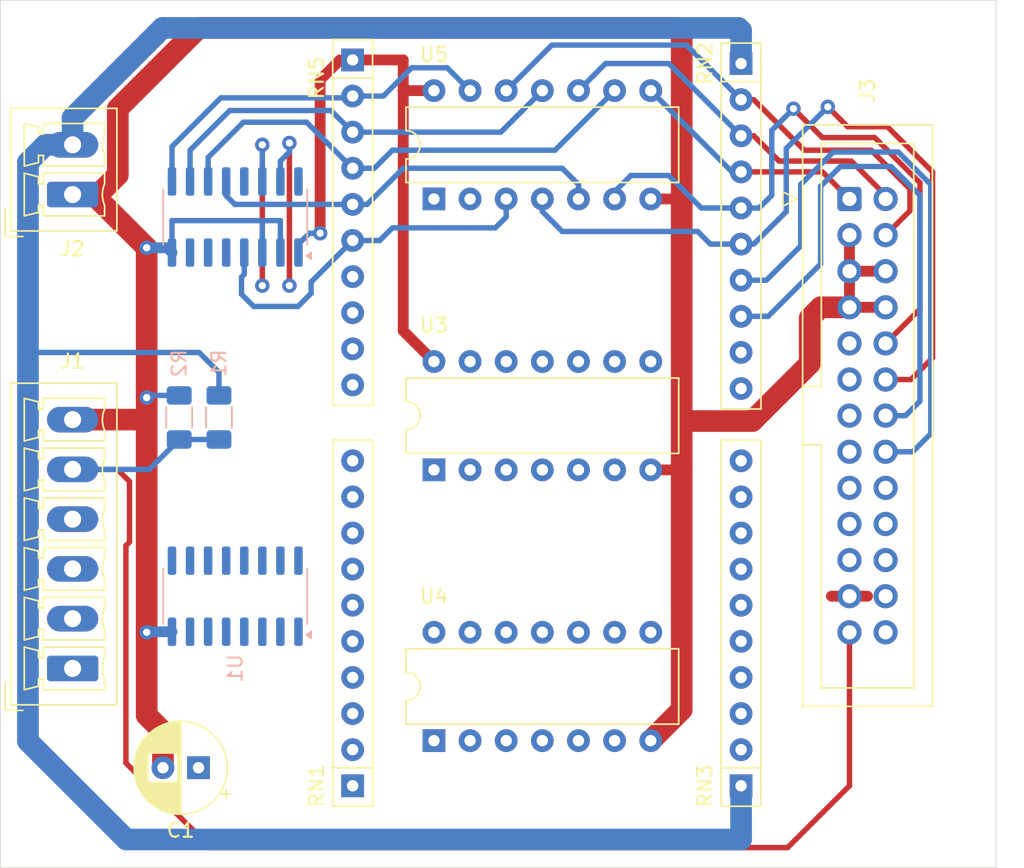
<source format=kicad_pcb>
(kicad_pcb (version 20221018) (generator pcbnew)
  (layers (0 "F.Cu" signal) (31 "B.Cu" signal) (34 "B.Paste" user) (35 "F.Paste" user) (36 "B.SilkS" user "B.Silkscreen") (37 "F.SilkS" user "F.Silkscreen") (38 "B.Mask" user) (39 "F.Mask" user) (44 "Edge.Cuts" user))
  (net 0 "")
  (net 1 "/+5V")
  (net 2 "/GND")
  (net 3 "Net-(J1-Pin_2)")
  (net 4 "/Sig2")
  (net 5 "Net-(J1-Pin_4)")
  (net 6 "/+15V")
  (net 7 "/AD1")
  (net 8 "/AD2")
  (net 9 "/AD0")
  (net 10 "/DAC05")
  (net 11 "/DAC04")
  (net 12 "/DAC06")
  (net 13 "/DAC03")
  (net 14 "/DAC07")
  (net 15 "/DAC02")
  (net 16 "/DAC08")
  (net 17 "/DAC01")
  (net 18 "/DAC09")
  (net 19 "/DAC00")
  (net 20 "/DAC10")
  (net 21 "/DAC11")
  (net 22 "/~{WR}")
  (net 29 "Net-(J1-Pin_3)")
  (net 32 "Net-(RN5-R1)")
  (net 52 "Net-(RN5-R2)")
  (net 77 "Net-(RN5-R3)")
  (net 78 "Net-(RN5-R4)")
  (net 79 "Net-(RN5-R8)")
  (net 80 "Net-(RN5-R7)")
  (net 81 "Net-(RN5-R6)")
  (net 82 "Net-(RN5-R5)")
  (footprint "Connector_IDC:IDC-Header_2x13_P2.54mm_Vertical" (layer "F.Cu") (at 110.49 90.17)
    (fp_text reference "J3" (at 1.27 -7.62 90) (layer "F.SilkS"))
    (fp_text value "IDC26")
    (pad "1" thru_hole roundrect (at 0 0) (size 1.7 1.7) (drill 1) (layers "*.Cu" "*.Mask") (roundrect_rratio 0.147059) (net 7 "/AD1"))
    (pad "2" thru_hole circle (at 2.54 0) (size 1.7 1.7) (drill 1) (layers "*.Cu" "*.Mask") (net 8 "/AD2"))
    (pad "3" thru_hole circle (at 0 2.54) (size 1.7 1.7) (drill 1) (layers "*.Cu" "*.Mask") (net 2 "/GND"))
    (pad "4" thru_hole circle (at 2.54 2.54) (size 1.7 1.7) (drill 1) (layers "*.Cu" "*.Mask") (net 9 "/AD0"))
    (pad "5" thru_hole circle (at 0 5.08) (size 1.7 1.7) (drill 1) (layers "*.Cu" "*.Mask") (net 2 "/GND"))
    (pad "6" thru_hole circle (at 2.54 5.08) (size 1.7 1.7) (drill 1) (layers "*.Cu" "*.Mask") (net 2 "/GND"))
    (pad "7" thru_hole circle (at 0 7.62) (size 1.7 1.7) (drill 1) (layers "*.Cu" "*.Mask") (net 2 "/GND"))
    (pad "8" thru_hole circle (at 2.54 7.62) (size 1.7 1.7) (drill 1) (layers "*.Cu" "*.Mask") (net 2 "/GND"))
    (pad "9" thru_hole circle (at 0 10.16) (size 1.7 1.7) (drill 1) (layers "*.Cu" "*.Mask") (net 10 "/DAC05"))
    (pad "10" thru_hole circle (at 2.54 10.16) (size 1.7 1.7) (drill 1) (layers "*.Cu" "*.Mask") (net 11 "/DAC04"))
    (pad "11" thru_hole circle (at 0 12.7) (size 1.7 1.7) (drill 1) (layers "*.Cu" "*.Mask") (net 12 "/DAC06"))
    (pad "12" thru_hole circle (at 2.54 12.7) (size 1.7 1.7) (drill 1) (layers "*.Cu" "*.Mask") (net 13 "/DAC03"))
    (pad "13" thru_hole circle (at 0 15.24) (size 1.7 1.7) (drill 1) (layers "*.Cu" "*.Mask") (net 14 "/DAC07"))
    (pad "14" thru_hole circle (at 2.54 15.24) (size 1.7 1.7) (drill 1) (layers "*.Cu" "*.Mask") (net 15 "/DAC02"))
    (pad "15" thru_hole circle (at 0 17.78) (size 1.7 1.7) (drill 1) (layers "*.Cu" "*.Mask") (net 16 "/DAC08"))
    (pad "16" thru_hole circle (at 2.54 17.78) (size 1.7 1.7) (drill 1) (layers "*.Cu" "*.Mask") (net 17 "/DAC01"))
    (pad "17" thru_hole circle (at 0 20.32) (size 1.7 1.7) (drill 1) (layers "*.Cu" "*.Mask") (net 18 "/DAC09"))
    (pad "18" thru_hole circle (at 2.54 20.32) (size 1.7 1.7) (drill 1) (layers "*.Cu" "*.Mask") (net 19 "/DAC00"))
    (pad "19" thru_hole circle (at 0 22.86) (size 1.7 1.7) (drill 1) (layers "*.Cu" "*.Mask") (net 20 "/DAC10"))
    (pad "20" thru_hole circle (at 2.54 22.86) (size 1.7 1.7) (drill 1) (layers "*.Cu" "*.Mask") (net 21 "/DAC11"))
    (pad "21" thru_hole circle (at 0 25.4) (size 1.7 1.7) (drill 1) (layers "*.Cu" "*.Mask") (net 22 "/~{WR}"))
    (pad "22" thru_hole circle (at 2.54 25.4) (size 1.7 1.7) (drill 1) (layers "*.Cu" "*.Mask") (net 22 "/~{WR}"))
    (pad "23" thru_hole circle (at 0 27.94) (size 1.7 1.7) (drill 1) (layers "*.Cu" "*.Mask") (net 2 "/GND"))
    (pad "24" thru_hole circle (at 2.54 27.94) (size 1.7 1.7) (drill 1) (layers "*.Cu" "*.Mask") (net 2 "/GND"))
    (pad "25" thru_hole circle (at 0 30.48) (size 1.7 1.7) (drill 1) (layers "*.Cu" "*.Mask") (net 4 "/Sig2"))
    (pad "26" thru_hole circle (at 2.54 30.48) (size 1.7 1.7) (drill 1) (layers "*.Cu" "*.Mask"))
  )
  (footprint "Resistor_THT:R_Array_SIP10" (layer "F.Cu") (at 102.87 80.645 -90)
    (fp_text reference "RN2" (at 0 2.54 90) (layer "F.SilkS"))
    (fp_text value "9 x 4k7")
    (pad "1" thru_hole rect (at 0 0 270) (size 1.6 1.6) (drill 0.8) (layers "*.Cu" "*.Mask") (net 6 "/+15V"))
    (pad "2" thru_hole oval (at 2.54 0 270) (size 1.6 1.6) (drill 0.8) (layers "*.Cu" "*.Mask") (net 9 "/AD0"))
    (pad "3" thru_hole oval (at 5.08 0 270) (size 1.6 1.6) (drill 0.8) (layers "*.Cu" "*.Mask") (net 8 "/AD2"))
    (pad "4" thru_hole oval (at 7.62 0 270) (size 1.6 1.6) (drill 0.8) (layers "*.Cu" "*.Mask") (net 7 "/AD1"))
    (pad "5" thru_hole oval (at 10.16 0 270) (size 1.6 1.6) (drill 0.8) (layers "*.Cu" "*.Mask") (net 11 "/DAC04"))
    (pad "6" thru_hole oval (at 12.7 0 270) (size 1.6 1.6) (drill 0.8) (layers "*.Cu" "*.Mask") (net 13 "/DAC03"))
    (pad "7" thru_hole oval (at 15.24 0 270) (size 1.6 1.6) (drill 0.8) (layers "*.Cu" "*.Mask") (net 17 "/DAC01"))
    (pad "8" thru_hole oval (at 17.78 0 270) (size 1.6 1.6) (drill 0.8) (layers "*.Cu" "*.Mask") (net 15 "/DAC02"))
    (pad "9" thru_hole oval (at 20.32 0 270) (size 1.6 1.6) (drill 0.8) (layers "*.Cu" "*.Mask"))
    (pad "10" thru_hole oval (at 22.86 0 270) (size 1.6 1.6) (drill 0.8) (layers "*.Cu" "*.Mask"))
  )
  (footprint "Connector_Phoenix_MC:PhoenixContact_MCV_1,5_2-G-3.5_1x02_P3.50mm_Vertical" (layer "F.Cu") (at 55.88 89.86 90)
    (fp_text reference "J2" (at -3.81 -0.0075) (layer "F.SilkS"))
    (fp_text value "Screw_Terminal_01x02")
    (pad "1" thru_hole roundrect (at 0 0 90) (size 1.8 3.6) (drill 1.2) (layers "*.Cu" "*.Mask") (roundrect_rratio 0.138889) (net 2 "/GND"))
    (pad "2" thru_hole oval (at 3.5 0 90) (size 1.8 3.6) (drill 1.2) (layers "*.Cu" "*.Mask") (net 6 "/+15V"))
  )
  (footprint "Capacitor_THT:CP_Radial_D6.3mm_P2.50mm" (layer "F.Cu") (at 64.73 130.175 180)
    (fp_text reference "C1" (at 1.25 -4.4) (layer "F.SilkS"))
    (fp_text value "470u/6.3V")
    (pad "1" thru_hole rect (at 0 0 180) (size 1.6 1.6) (drill 0.8) (layers "*.Cu" "*.Mask") (net 1 "/+5V"))
    (pad "2" thru_hole circle (at 2.5 0 180) (size 1.6 1.6) (drill 0.8) (layers "*.Cu" "*.Mask") (net 2 "/GND"))
  )
  (footprint "Resistor_THT:R_Array_SIP10" (layer "F.Cu") (at 75.565 80.391 -90)
    (fp_text reference "RN5" (at 1.27 2.54 90) (layer "F.SilkS"))
    (fp_text value "9 x 10k")
    (pad "1" thru_hole rect (at 0 0 270) (size 1.6 1.6) (drill 0.8) (layers "*.Cu" "*.Mask") (net 1 "/+5V"))
    (pad "2" thru_hole oval (at 2.54 0 270) (size 1.6 1.6) (drill 0.8) (layers "*.Cu" "*.Mask") (net 32 "Net-(RN5-R1)"))
    (pad "3" thru_hole oval (at 5.08 0 270) (size 1.6 1.6) (drill 0.8) (layers "*.Cu" "*.Mask") (net 52 "Net-(RN5-R2)"))
    (pad "4" thru_hole oval (at 7.62 0 270) (size 1.6 1.6) (drill 0.8) (layers "*.Cu" "*.Mask") (net 77 "Net-(RN5-R3)"))
    (pad "5" thru_hole oval (at 10.16 0 270) (size 1.6 1.6) (drill 0.8) (layers "*.Cu" "*.Mask") (net 78 "Net-(RN5-R4)"))
    (pad "6" thru_hole oval (at 12.7 0 270) (size 1.6 1.6) (drill 0.8) (layers "*.Cu" "*.Mask") (net 82 "Net-(RN5-R5)"))
    (pad "7" thru_hole oval (at 15.24 0 270) (size 1.6 1.6) (drill 0.8) (layers "*.Cu" "*.Mask") (net 81 "Net-(RN5-R6)"))
    (pad "8" thru_hole oval (at 17.78 0 270) (size 1.6 1.6) (drill 0.8) (layers "*.Cu" "*.Mask") (net 80 "Net-(RN5-R7)"))
    (pad "9" thru_hole oval (at 20.32 0 270) (size 1.6 1.6) (drill 0.8) (layers "*.Cu" "*.Mask") (net 79 "Net-(RN5-R8)"))
    (pad "10" thru_hole oval (at 22.86 0 270) (size 1.6 1.6) (drill 0.8) (layers "*.Cu" "*.Mask"))
  )
  (footprint "Package_DIP:CERDIP-14_W7.62mm_SideBrazed" (layer "F.Cu") (at 81.28 90.17 90)
    (fp_text reference "U5" (at 10.16 0 180) (layer "F.SilkS"))
    (fp_text value "7407")
    (pad "1" thru_hole rect (at 0 0 90) (size 1.6 1.6) (drill 0.8) (layers "*.Cu" "*.Mask") (net 81 "Net-(RN5-R6)"))
    (pad "2" thru_hole circle (at 0 2.54 90) (size 1.6 1.6) (drill 0.8) (layers "*.Cu" "*.Mask") (net 15 "/DAC02"))
    (pad "3" thru_hole circle (at 0 5.08 90) (size 1.6 1.6) (drill 0.8) (layers "*.Cu" "*.Mask") (net 82 "Net-(RN5-R5)"))
    (pad "4" thru_hole circle (at 0 7.62 90) (size 1.6 1.6) (drill 0.8) (layers "*.Cu" "*.Mask") (net 13 "/DAC03"))
    (pad "5" thru_hole circle (at 0 10.16 90) (size 1.6 1.6) (drill 0.8) (layers "*.Cu" "*.Mask") (net 78 "Net-(RN5-R4)"))
    (pad "6" thru_hole circle (at 0 12.7 90) (size 1.6 1.6) (drill 0.8) (layers "*.Cu" "*.Mask") (net 11 "/DAC04"))
    (pad "7" thru_hole circle (at 0 15.24 90) (size 1.6 1.6) (drill 0.8) (layers "*.Cu" "*.Mask") (net 2 "/GND"))
    (pad "8" thru_hole circle (at 7.62 15.24 90) (size 1.6 1.6) (drill 0.8) (layers "*.Cu" "*.Mask") (net 7 "/AD1"))
    (pad "9" thru_hole circle (at 7.62 12.7 90) (size 1.6 1.6) (drill 0.8) (layers "*.Cu" "*.Mask") (net 77 "Net-(RN5-R3)"))
    (pad "10" thru_hole circle (at 7.62 10.16 90) (size 1.6 1.6) (drill 0.8) (layers "*.Cu" "*.Mask") (net 8 "/AD2"))
    (pad "11" thru_hole circle (at 7.62 7.62 90) (size 1.6 1.6) (drill 0.8) (layers "*.Cu" "*.Mask") (net 52 "Net-(RN5-R2)"))
    (pad "12" thru_hole circle (at 7.62 5.08 90) (size 1.6 1.6) (drill 0.8) (layers "*.Cu" "*.Mask") (net 9 "/AD0"))
    (pad "13" thru_hole circle (at 7.62 2.54 90) (size 1.6 1.6) (drill 0.8) (layers "*.Cu" "*.Mask") (net 32 "Net-(RN5-R1)"))
    (pad "14" thru_hole circle (at 7.62 0 90) (size 1.6 1.6) (drill 0.8) (layers "*.Cu" "*.Mask") (net 1 "/+5V"))
  )
  (footprint "Connector_Phoenix_MC:PhoenixContact_MCV_1,5_6-G-3.5_1x06_P3.50mm_Vertical" (layer "F.Cu") (at 55.88 123.19 90)
    (fp_text reference "J1" (at 21.605 0) (layer "F.SilkS"))
    (fp_text value "Screw_Terminal_01x06")
    (pad "1" thru_hole roundrect (at 0 0 90) (size 1.8 3.6) (drill 1.2) (layers "*.Cu" "*.Mask") (roundrect_rratio 0.138889) (net 1 "/+5V"))
    (pad "2" thru_hole oval (at 3.5 0 90) (size 1.8 3.6) (drill 1.2) (layers "*.Cu" "*.Mask") (net 3 "Net-(J1-Pin_2)"))
    (pad "3" thru_hole oval (at 7 0 90) (size 1.8 3.6) (drill 1.2) (layers "*.Cu" "*.Mask") (net 29 "Net-(J1-Pin_3)"))
    (pad "4" thru_hole oval (at 10.5 0 90) (size 1.8 3.6) (drill 1.2) (layers "*.Cu" "*.Mask") (net 5 "Net-(J1-Pin_4)"))
    (pad "5" thru_hole oval (at 14 0 90) (size 1.8 3.6) (drill 1.2) (layers "*.Cu" "*.Mask") (net 4 "/Sig2"))
    (pad "6" thru_hole oval (at 17.5 0 90) (size 1.8 3.6) (drill 1.2) (layers "*.Cu" "*.Mask") (net 2 "/GND"))
  )
  (footprint "Resistor_THT:R_Array_SIP10" (layer "F.Cu") (at 102.87 131.445 90)
    (fp_text reference "RN3" (at 0 -2.54 90) (layer "F.SilkS"))
    (fp_text value "9 x 4k7")
    (pad "1" thru_hole rect (at 0 0 90) (size 1.6 1.6) (drill 0.8) (layers "*.Cu" "*.Mask") (net 6 "/+15V"))
    (pad "2" thru_hole oval (at 2.54 0 90) (size 1.6 1.6) (drill 0.8) (layers "*.Cu" "*.Mask"))
    (pad "3" thru_hole oval (at 5.08 0 90) (size 1.6 1.6) (drill 0.8) (layers "*.Cu" "*.Mask"))
    (pad "4" thru_hole oval (at 7.62 0 90) (size 1.6 1.6) (drill 0.8) (layers "*.Cu" "*.Mask"))
    (pad "5" thru_hole oval (at 10.16 0 90) (size 1.6 1.6) (drill 0.8) (layers "*.Cu" "*.Mask"))
    (pad "6" thru_hole oval (at 12.7 0 90) (size 1.6 1.6) (drill 0.8) (layers "*.Cu" "*.Mask"))
    (pad "7" thru_hole oval (at 15.24 0 90) (size 1.6 1.6) (drill 0.8) (layers "*.Cu" "*.Mask"))
    (pad "8" thru_hole oval (at 17.78 0 90) (size 1.6 1.6) (drill 0.8) (layers "*.Cu" "*.Mask"))
    (pad "9" thru_hole oval (at 20.32 0 90) (size 1.6 1.6) (drill 0.8) (layers "*.Cu" "*.Mask"))
    (pad "10" thru_hole oval (at 22.86 0 90) (size 1.6 1.6) (drill 0.8) (layers "*.Cu" "*.Mask"))
  )
  (footprint "Resistor_THT:R_Array_SIP10" (layer "F.Cu") (at 75.565 131.445 90)
    (fp_text reference "RN1" (at 0 -2.54 90) (layer "F.SilkS"))
    (fp_text value "9 x 10k")
    (pad "1" thru_hole rect (at 0 0 90) (size 1.6 1.6) (drill 0.8) (layers "*.Cu" "*.Mask") (net 1 "/+5V"))
    (pad "2" thru_hole oval (at 2.54 0 90) (size 1.6 1.6) (drill 0.8) (layers "*.Cu" "*.Mask"))
    (pad "3" thru_hole oval (at 5.08 0 90) (size 1.6 1.6) (drill 0.8) (layers "*.Cu" "*.Mask"))
    (pad "4" thru_hole oval (at 7.62 0 90) (size 1.6 1.6) (drill 0.8) (layers "*.Cu" "*.Mask"))
    (pad "5" thru_hole oval (at 10.16 0 90) (size 1.6 1.6) (drill 0.8) (layers "*.Cu" "*.Mask"))
    (pad "6" thru_hole oval (at 12.7 0 90) (size 1.6 1.6) (drill 0.8) (layers "*.Cu" "*.Mask"))
    (pad "7" thru_hole oval (at 15.24 0 90) (size 1.6 1.6) (drill 0.8) (layers "*.Cu" "*.Mask"))
    (pad "8" thru_hole oval (at 17.78 0 90) (size 1.6 1.6) (drill 0.8) (layers "*.Cu" "*.Mask"))
    (pad "9" thru_hole oval (at 20.32 0 90) (size 1.6 1.6) (drill 0.8) (layers "*.Cu" "*.Mask"))
    (pad "10" thru_hole oval (at 22.86 0 90) (size 1.6 1.6) (drill 0.8) (layers "*.Cu" "*.Mask"))
  )
  (footprint "Package_DIP:CERDIP-14_W7.62mm_SideBrazed" (layer "F.Cu") (at 81.28 128.27 90)
    (fp_text reference "U4" (at 10.16 0 180) (layer "F.SilkS"))
    (fp_text value "7407")
    (pad "1" thru_hole rect (at 0 0 90) (size 1.6 1.6) (drill 0.8) (layers "*.Cu" "*.Mask"))
    (pad "2" thru_hole circle (at 0 2.54 90) (size 1.6 1.6) (drill 0.8) (layers "*.Cu" "*.Mask"))
    (pad "3" thru_hole circle (at 0 5.08 90) (size 1.6 1.6) (drill 0.8) (layers "*.Cu" "*.Mask"))
    (pad "4" thru_hole circle (at 0 7.62 90) (size 1.6 1.6) (drill 0.8) (layers "*.Cu" "*.Mask"))
    (pad "5" thru_hole circle (at 0 10.16 90) (size 1.6 1.6) (drill 0.8) (layers "*.Cu" "*.Mask") (net 3 "Net-(J1-Pin_2)"))
    (pad "6" thru_hole circle (at 0 12.7 90) (size 1.6 1.6) (drill 0.8) (layers "*.Cu" "*.Mask"))
    (pad "7" thru_hole circle (at 0 15.24 90) (size 1.6 1.6) (drill 0.8) (layers "*.Cu" "*.Mask") (net 2 "/GND"))
    (pad "8" thru_hole circle (at 7.62 15.24 90) (size 1.6 1.6) (drill 0.8) (layers "*.Cu" "*.Mask"))
    (pad "9" thru_hole circle (at 7.62 12.7 90) (size 1.6 1.6) (drill 0.8) (layers "*.Cu" "*.Mask"))
    (pad "10" thru_hole circle (at 7.62 10.16 90) (size 1.6 1.6) (drill 0.8) (layers "*.Cu" "*.Mask"))
    (pad "11" thru_hole circle (at 7.62 7.62 90) (size 1.6 1.6) (drill 0.8) (layers "*.Cu" "*.Mask"))
    (pad "12" thru_hole circle (at 7.62 5.08 90) (size 1.6 1.6) (drill 0.8) (layers "*.Cu" "*.Mask"))
    (pad "13" thru_hole circle (at 7.62 2.54 90) (size 1.6 1.6) (drill 0.8) (layers "*.Cu" "*.Mask"))
    (pad "14" thru_hole circle (at 7.62 0 90) (size 1.6 1.6) (drill 0.8) (layers "*.Cu" "*.Mask") (net 1 "/+5V"))
  )
  (footprint "Package_DIP:CERDIP-14_W7.62mm_SideBrazed" (layer "F.Cu") (at 81.28 109.225 90)
    (fp_text reference "U3" (at 10.165 0 180) (layer "F.SilkS"))
    (fp_text value "7407")
    (pad "1" thru_hole rect (at 0 0 90) (size 1.6 1.6) (drill 0.8) (layers "*.Cu" "*.Mask"))
    (pad "2" thru_hole circle (at 0 2.54 90) (size 1.6 1.6) (drill 0.8) (layers "*.Cu" "*.Mask"))
    (pad "3" thru_hole circle (at 0 5.08 90) (size 1.6 1.6) (drill 0.8) (layers "*.Cu" "*.Mask"))
    (pad "4" thru_hole circle (at 0 7.62 90) (size 1.6 1.6) (drill 0.8) (layers "*.Cu" "*.Mask"))
    (pad "5" thru_hole circle (at 0 10.16 90) (size 1.6 1.6) (drill 0.8) (layers "*.Cu" "*.Mask"))
    (pad "6" thru_hole circle (at 0 12.7 90) (size 1.6 1.6) (drill 0.8) (layers "*.Cu" "*.Mask"))
    (pad "7" thru_hole circle (at 0 15.24 90) (size 1.6 1.6) (drill 0.8) (layers "*.Cu" "*.Mask") (net 2 "/GND"))
    (pad "8" thru_hole circle (at 7.62 15.24 90) (size 1.6 1.6) (drill 0.8) (layers "*.Cu" "*.Mask"))
    (pad "9" thru_hole circle (at 7.62 12.7 90) (size 1.6 1.6) (drill 0.8) (layers "*.Cu" "*.Mask"))
    (pad "10" thru_hole circle (at 7.62 10.16 90) (size 1.6 1.6) (drill 0.8) (layers "*.Cu" "*.Mask"))
    (pad "11" thru_hole circle (at 7.62 7.62 90) (size 1.6 1.6) (drill 0.8) (layers "*.Cu" "*.Mask") (net 79 "Net-(RN5-R8)"))
    (pad "12" thru_hole circle (at 7.62 5.08 90) (size 1.6 1.6) (drill 0.8) (layers "*.Cu" "*.Mask") (net 17 "/DAC01"))
    (pad "13" thru_hole circle (at 7.62 2.54 90) (size 1.6 1.6) (drill 0.8) (layers "*.Cu" "*.Mask") (net 80 "Net-(RN5-R7)"))
    (pad "14" thru_hole circle (at 7.62 0 90) (size 1.6 1.6) (drill 0.8) (layers "*.Cu" "*.Mask") (net 1 "/+5V"))
  )
  (footprint "Package_SO:SOP-16_3.9x9.9mm_P1.27mm" (layer "B.Cu") (at 67.31 91.44 90)
    (fp_text reference "U2" hide)
    (fp_text value "PCF8574")
    (pad "1" smd roundrect (at -2.5 4.445 90) (size 2 0.6) (layers "B.Cu" "B.Paste" "B.Mask") (net 1 "/+5V"))
    (pad "2" smd roundrect (at -2.5 3.175 90) (size 2 0.6) (layers "B.Cu" "B.Paste" "B.Mask") (net 2 "/GND"))
    (pad "3" smd roundrect (at -2.5 1.905 90) (size 2 0.6) (layers "B.Cu" "B.Paste" "B.Mask") (net 2 "/GND"))
    (pad "4" smd roundrect (at -2.5 0.635 90) (size 2 0.6) (layers "B.Cu" "B.Paste" "B.Mask") (net 82 "Net-(RN5-R5)"))
    (pad "5" smd roundrect (at -2.5 -0.635 90) (size 2 0.6) (layers "B.Cu" "B.Paste" "B.Mask") (net 81 "Net-(RN5-R6)"))
    (pad "6" smd roundrect (at -2.5 -1.905 90) (size 2 0.6) (layers "B.Cu" "B.Paste" "B.Mask") (net 80 "Net-(RN5-R7)"))
    (pad "7" smd roundrect (at -2.5 -3.175 90) (size 2 0.6) (layers "B.Cu" "B.Paste" "B.Mask") (net 79 "Net-(RN5-R8)"))
    (pad "8" smd roundrect (at -2.5 -4.445 90) (size 2 0.6) (layers "B.Cu" "B.Paste" "B.Mask") (net 2 "/GND"))
    (pad "9" smd roundrect (at 2.5 -4.445 90) (size 2 0.6) (layers "B.Cu" "B.Paste" "B.Mask") (net 32 "Net-(RN5-R1)"))
    (pad "10" smd roundrect (at 2.5 -3.175 90) (size 2 0.6) (layers "B.Cu" "B.Paste" "B.Mask") (net 52 "Net-(RN5-R2)"))
    (pad "11" smd roundrect (at 2.5 -1.905 90) (size 2 0.6) (layers "B.Cu" "B.Paste" "B.Mask") (net 77 "Net-(RN5-R3)"))
    (pad "12" smd roundrect (at 2.5 -0.635 90) (size 2 0.6) (layers "B.Cu" "B.Paste" "B.Mask") (net 78 "Net-(RN5-R4)"))
    (pad "13" smd roundrect (at 2.5 0.635 90) (size 2 0.6) (layers "B.Cu" "B.Paste" "B.Mask"))
    (pad "14" smd roundrect (at 2.5 1.905 90) (size 2 0.6) (layers "B.Cu" "B.Paste" "B.Mask") (net 5 "Net-(J1-Pin_4)"))
    (pad "15" smd roundrect (at 2.5 3.175 90) (size 2 0.6) (layers "B.Cu" "B.Paste" "B.Mask") (net 29 "Net-(J1-Pin_3)"))
    (pad "16" smd roundrect (at 2.5 4.445 90) (size 2 0.6) (layers "B.Cu" "B.Paste" "B.Mask") (net 1 "/+5V"))
  )
  (footprint "Resistor_SMD:R_1206_3216Metric_Pad1.30x1.75mm_HandSolder" (layer "B.Cu") (at 63.373 105.537 90)
    (fp_text reference "R2" (at 3.81 0 90) (layer "B.SilkS") (effects (justify mirror)))
    (fp_text value "2k4")
    (pad "1" smd roundrect (at -1.55 0 90) (size 1.3 1.75) (layers "B.Cu" "B.Paste" "B.Mask") (roundrect_rratio 0.192308) (net 4 "/Sig2"))
    (pad "2" smd roundrect (at 1.55 0 90) (size 1.3 1.75) (layers "B.Cu" "B.Paste" "B.Mask") (roundrect_rratio 0.192308) (net 2 "/GND"))
  )
  (footprint "Resistor_SMD:R_1206_3216Metric_Pad1.30x1.75mm_HandSolder" (layer "B.Cu") (at 66.167 105.537 -90)
    (fp_text reference "R1" (at -3.81 0 90) (layer "B.SilkS") (effects (justify mirror)))
    (fp_text value "10k")
    (pad "1" smd roundrect (at -1.55 0 270) (size 1.3 1.75) (layers "B.Cu" "B.Paste" "B.Mask") (roundrect_rratio 0.192308) (net 6 "/+15V"))
    (pad "2" smd roundrect (at 1.55 0 270) (size 1.3 1.75) (layers "B.Cu" "B.Paste" "B.Mask") (roundrect_rratio 0.192308) (net 4 "/Sig2"))
  )
  (footprint "Package_SO:SOP-16_3.9x9.9mm_P1.27mm" (layer "B.Cu") (at 67.31 118.11 90)
    (fp_text reference "U1" (at -5.08 0 90) (layer "B.SilkS") (effects (justify mirror)))
    (fp_text value "PCF8574")
    (pad "1" smd roundrect (at -2.5 4.445 90) (size 2 0.6) (layers "B.Cu" "B.Paste" "B.Mask") (net 1 "/+5V"))
    (pad "2" smd roundrect (at -2.5 3.175 90) (size 2 0.6) (layers "B.Cu" "B.Paste" "B.Mask") (net 1 "/+5V"))
    (pad "3" smd roundrect (at -2.5 1.905 90) (size 2 0.6) (layers "B.Cu" "B.Paste" "B.Mask") (net 1 "/+5V"))
    (pad "4" smd roundrect (at -2.5 0.635 90) (size 2 0.6) (layers "B.Cu" "B.Paste" "B.Mask"))
    (pad "5" smd roundrect (at -2.5 -0.635 90) (size 2 0.6) (layers "B.Cu" "B.Paste" "B.Mask"))
    (pad "6" smd roundrect (at -2.5 -1.905 90) (size 2 0.6) (layers "B.Cu" "B.Paste" "B.Mask"))
    (pad "7" smd roundrect (at -2.5 -3.175 90) (size 2 0.6) (layers "B.Cu" "B.Paste" "B.Mask"))
    (pad "8" smd roundrect (at -2.5 -4.445 90) (size 2 0.6) (layers "B.Cu" "B.Paste" "B.Mask") (net 2 "/GND"))
    (pad "9" smd roundrect (at 2.5 -4.445 90) (size 2 0.6) (layers "B.Cu" "B.Paste" "B.Mask"))
    (pad "10" smd roundrect (at 2.5 -3.175 90) (size 2 0.6) (layers "B.Cu" "B.Paste" "B.Mask"))
    (pad "11" smd roundrect (at 2.5 -1.905 90) (size 2 0.6) (layers "B.Cu" "B.Paste" "B.Mask"))
    (pad "12" smd roundrect (at 2.5 -0.635 90) (size 2 0.6) (layers "B.Cu" "B.Paste" "B.Mask"))
    (pad "13" smd roundrect (at 2.5 0.635 90) (size 2 0.6) (layers "B.Cu" "B.Paste" "B.Mask"))
    (pad "14" smd roundrect (at 2.5 1.905 90) (size 2 0.6) (layers "B.Cu" "B.Paste" "B.Mask") (net 5 "Net-(J1-Pin_4)"))
    (pad "15" smd roundrect (at 2.5 3.175 90) (size 2 0.6) (layers "B.Cu" "B.Paste" "B.Mask") (net 29 "Net-(J1-Pin_3)"))
    (pad "16" smd roundrect (at 2.5 4.445 90) (size 2 0.6) (layers "B.Cu" "B.Paste" "B.Mask") (net 1 "/+5V"))
  )
  (gr_line locked (start 50.8 137.2) (end 120.8 137.2) (stroke (width 0.05)) (layer "Edge.Cuts"))
  (gr_line locked (start 120.8 76.2) (end 50.8 76.2) (stroke (width 0.05)) (layer "Edge.Cuts"))
  (gr_line locked (start 120.8 137.2) (end 120.8 76.2) (stroke (width 0.05)) (layer "Edge.Cuts"))
  (gr_line locked (start 50.8 76.2) (end 50.8 137.2) (stroke (width 0.05)) (layer "Edge.Cuts"))
  (segment (start 79.121 99.446) (end 81.28 101.605) (width 0.762) (layer "F.Cu") (net 1))
  (segment (start 73.279 81.788) (end 74.676 80.391) (width 0.762) (layer "F.Cu") (net 1))
  (segment (start 81.28 82.55) (end 79.121 82.55) (width 0.762) (layer "F.Cu") (net 1))
  (segment (start 79.121 82.55) (end 79.121 99.446) (width 0.762) (layer "F.Cu") (net 1))
  (segment (start 75.565 80.391) (end 79.121 80.391) (width 0.762) (layer "F.Cu") (net 1))
  (segment (start 74.676 80.391) (end 75.565 80.391) (width 0.762) (layer "F.Cu") (net 1))
  (segment (start 73.279 92.583) (end 73.279 81.788) (width 0.762) (layer "F.Cu") (net 1))
  (segment (start 79.121 80.391) (end 79.121 82.55) (width 0.762) (layer "F.Cu") (net 1))
  (via (at 73.279 92.583) (size 1.016) (drill 0.508) (layers "F.Cu" "B.Cu") (net 1))
  (segment (start 72.517 92.583) (end 71.755 93.345) (width 0.381) (layer "B.Cu") (net 1))
  (segment (start 71.755 93.345) (end 71.755 93.94) (width 0.381) (layer "B.Cu") (net 1))
  (segment (start 73.279 92.583) (end 72.517 92.583) (width 0.381) (layer "B.Cu") (net 1))
  (segment (start 109.22 118.11) (end 111.76 118.11) (width 0.762) (layer "F.Cu") (net 2))
  (segment (start 110.49 97.79) (end 113.03 97.79) (width 0.762) (layer "F.Cu") (net 2))
  (segment (start 64.736 78.139) (end 98.298 78.139) (width 1.524) (layer "F.Cu") (net 2))
  (segment (start 55.88 89.86) (end 57.68 89.86) (width 1.524) (layer "F.Cu") (net 2))
  (segment (start 60.807 105.69) (end 61.087 105.41) (width 1.524) (layer "F.Cu") (net 2))
  (segment (start 59.055 83.82) (end 64.736 78.139) (width 1.524) (layer "F.Cu") (net 2))
  (segment (start 98.566 109.225) (end 98.698 109.093) (width 0.762) (layer "F.Cu") (net 2))
  (segment (start 110.49 95.25) (end 113.03 95.25) (width 0.762) (layer "F.Cu") (net 2))
  (segment (start 61.087 105.41) (end 61.087 120.65) (width 1.524) (layer "F.Cu") (net 2))
  (segment (start 61.087 120.65) (end 61.087 126.492) (width 1.524) (layer "F.Cu") (net 2))
  (segment (start 98.698 92.837) (end 98.698 105.791) (width 1.524) (layer "F.Cu") (net 2))
  (segment (start 108.458 97.79) (end 107.696 98.552) (width 1.524) (layer "F.Cu") (net 2))
  (segment (start 57.348 89.86) (end 61.087 93.599) (width 1.524) (layer "F.Cu") (net 2))
  (segment (start 103.664157 105.791) (end 98.698 105.791) (width 1.524) (layer "F.Cu") (net 2))
  (segment (start 61.087 104.14) (end 61.087 105.41) (width 1.524) (layer "F.Cu") (net 2))
  (segment (start 55.88 89.86) (end 57.348 89.86) (width 1.524) (layer "F.Cu") (net 2))
  (segment (start 110.49 92.71) (end 110.49 97.79) (width 0.762) (layer "F.Cu") (net 2))
  (segment (start 98.698 126.092) (end 96.52 128.27) (width 1.524) (layer "F.Cu") (net 2))
  (segment (start 98.698 78.539) (end 98.698 90.043) (width 1.524) (layer "F.Cu") (net 2))
  (segment (start 110.49 97.79) (end 108.458 97.79) (width 1.524) (layer "F.Cu") (net 2))
  (segment (start 59.055 88.485) (end 59.055 83.82) (width 1.524) (layer "F.Cu") (net 2))
  (segment (start 107.696 98.552) (end 107.696 101.759157) (width 1.524) (layer "F.Cu") (net 2))
  (segment (start 96.52 109.225) (end 98.566 109.225) (width 0.762) (layer "F.Cu") (net 2))
  (segment (start 62.23 127.635) (end 62.23 130.175) (width 1.524) (layer "F.Cu") (net 2))
  (segment (start 61.087 126.492) (end 62.23 127.635) (width 1.524) (layer "F.Cu") (net 2))
  (segment (start 98.698 105.791) (end 98.698 109.093) (width 1.524) (layer "F.Cu") (net 2))
  (segment (start 98.698 109.093) (end 98.698 126.092) (width 1.524) (layer "F.Cu") (net 2))
  (segment (start 96.52 90.17) (end 98.571 90.17) (width 0.762) (layer "F.Cu") (net 2))
  (segment (start 57.68 89.86) (end 59.055 88.485) (width 1.524) (layer "F.Cu") (net 2))
  (segment (start 98.298 78.139) (end 98.698 78.539) (width 1.524) (layer "F.Cu") (net 2))
  (segment (start 55.88 105.69) (end 60.807 105.69) (width 1.524) (layer "F.Cu") (net 2))
  (segment (start 107.696 101.759157) (end 103.664157 105.791) (width 1.524) (layer "F.Cu") (net 2))
  (segment (start 98.571 90.17) (end 98.698 90.043) (width 0.762) (layer "F.Cu") (net 2))
  (segment (start 61.087 93.599) (end 61.087 104.14) (width 1.524) (layer "F.Cu") (net 2))
  (segment (start 98.698 90.043) (end 98.698 92.837) (width 1.524) (layer "F.Cu") (net 2))
  (via (at 61.087 93.599) (size 1.016) (drill 0.508) (layers "F.Cu" "B.Cu") (net 2))
  (via (at 61.087 120.65) (size 1.016) (drill 0.508) (layers "F.Cu" "B.Cu") (net 2))
  (via (at 61.087 104.14) (size 1.016) (drill 0.508) (layers "F.Cu" "B.Cu") (net 2))
  (segment (start 62.865 120.61) (end 61.127 120.61) (width 0.762) (layer "B.Cu") (net 2))
  (segment (start 70.485 91.694) (end 69.215 91.694) (width 0.381) (layer "B.Cu") (net 2))
  (segment (start 61.127 120.61) (end 61.087 120.65) (width 0.762) (layer "B.Cu") (net 2))
  (segment (start 69.215 93.94) (end 69.215 91.694) (width 0.381) (layer "B.Cu") (net 2))
  (segment (start 61.087 93.599) (end 62.524 93.599) (width 0.762) (layer "B.Cu") (net 2))
  (segment (start 62.865 91.694) (end 62.865 93.94) (width 0.381) (layer "B.Cu") (net 2))
  (segment (start 62.524 93.599) (end 62.865 93.94) (width 0.762) (layer "B.Cu") (net 2))
  (segment (start 69.215 91.694) (end 62.865 91.694) (width 0.381) (layer "B.Cu") (net 2))
  (segment (start 61.24 103.987) (end 61.087 104.14) (width 0.381) (layer "B.Cu") (net 2))
  (segment (start 70.485 93.94) (end 70.485 91.694) (width 0.381) (layer "B.Cu") (net 2))
  (segment (start 63.373 103.987) (end 61.24 103.987) (width 0.381) (layer "B.Cu") (net 2))
  (segment (start 59.6265 129.843434) (end 65.575566 135.7925) (width 0.381) (layer "F.Cu") (net 4))
  (segment (start 55.88 109.19) (end 59.025 109.19) (width 0.381) (layer "F.Cu") (net 4))
  (segment (start 59.8805 114.3) (end 59.6265 114.554) (width 0.381) (layer "F.Cu") (net 4))
  (segment (start 65.575566 135.7925) (end 106.1425 135.7925) (width 0.381) (layer "F.Cu") (net 4))
  (segment (start 106.1425 135.7925) (end 110.49 131.445) (width 0.381) (layer "F.Cu") (net 4))
  (segment (start 59.6265 114.554) (end 59.6265 129.843434) (width 0.381) (layer "F.Cu") (net 4))
  (segment (start 59.025 109.19) (end 59.8805 110.0455) (width 0.381) (layer "F.Cu") (net 4))
  (segment (start 59.8805 110.0455) (end 59.8805 114.3) (width 0.381) (layer "F.Cu") (net 4))
  (segment (start 110.49 131.445) (end 110.49 120.65) (width 0.381) (layer "F.Cu") (net 4))
  (segment (start 55.88 109.19) (end 61.27 109.19) (width 0.381) (layer "B.Cu") (net 4))
  (segment (start 61.27 109.19) (end 63.373 107.087) (width 0.381) (layer "B.Cu") (net 4))
  (segment (start 66.167 107.087) (end 63.373 107.087) (width 0.381) (layer "B.Cu") (net 4))
  (segment (start 69.215 86.36) (end 69.215 96.266) (width 0.381) (layer "F.Cu") (net 5))
  (via (at 69.215 86.36) (size 1.016) (drill 0.508) (layers "F.Cu" "B.Cu") (net 5))
  (via (at 69.215 96.266) (size 1.016) (drill 0.508) (layers "F.Cu" "B.Cu") (net 5))
  (segment (start 69.215 88.94) (end 69.215 86.36) (width 0.381) (layer "B.Cu") (net 5))
  (segment (start 55.88 86.36) (end 55.382678 86.36) (width 1.524) (layer "F.Cu") (net 6))
  (segment (start 52.739 100.965) (end 52.739 128.304) (width 1.524) (layer "B.Cu") (net 6))
  (segment (start 102.87 80.645) (end 102.87 78.321) (width 1.524) (layer "B.Cu") (net 6))
  (segment (start 59.656 135.221) (end 102.87 135.221) (width 1.524) (layer "B.Cu") (net 6))
  (segment (start 102.87 78.321) (end 102.688 78.139) (width 1.524) (layer "B.Cu") (net 6))
  (segment (start 53.975 86.36) (end 52.739 87.596) (width 1.524) (layer "B.Cu") (net 6))
  (segment (start 52.739 128.304) (end 59.656 135.221) (width 1.524) (layer "B.Cu") (net 6))
  (segment (start 55.88 86.36) (end 53.975 86.36) (width 1.524) (layer "B.Cu") (net 6))
  (segment (start 52.739 100.965) (end 64.77 100.965) (width 0.381) (layer "B.Cu") (net 6))
  (segment (start 55.88 84.455) (end 55.88 86.36) (width 1.524) (layer "B.Cu") (net 6))
  (segment (start 64.77 100.965) (end 66.167 102.362) (width 0.381) (layer "B.Cu") (net 6))
  (segment (start 62.196 78.139) (end 55.88 84.455) (width 1.524) (layer "B.Cu") (net 6))
  (segment (start 66.167 102.362) (end 66.167 103.987) (width 0.381) (layer "B.Cu") (net 6))
  (segment (start 102.87 135.221) (end 102.87 131.445) (width 1.524) (layer "B.Cu") (net 6))
  (segment (start 102.688 78.139) (end 62.196 78.139) (width 1.524) (layer "B.Cu") (net 6))
  (segment (start 52.739 87.596) (end 52.739 100.965) (width 1.524) (layer "B.Cu") (net 6))
  (segment (start 108.585 88.265) (end 102.87 88.265) (width 0.381) (layer "F.Cu") (net 7))
  (segment (start 110.49 90.17) (end 108.585 88.265) (width 0.381) (layer "F.Cu") (net 7))
  (segment (start 102.235 88.265) (end 96.52 82.55) (width 0.381) (layer "B.Cu") (net 7))
  (segment (start 102.87 88.265) (end 102.235 88.265) (width 0.381) (layer "B.Cu") (net 7))
  (segment (start 113.03 90.17) (end 113.03 89.916) (width 0.381) (layer "F.Cu") (net 8))
  (segment (start 110.617 87.503) (end 105.537 87.503) (width 0.381) (layer "F.Cu") (net 8))
  (segment (start 113.03 89.916) (end 110.617 87.503) (width 0.381) (layer "F.Cu") (net 8))
  (segment (start 103.759 85.725) (end 102.87 85.725) (width 0.381) (layer "F.Cu") (net 8))
  (segment (start 105.537 87.503) (end 103.759 85.725) (width 0.381) (layer "F.Cu") (net 8))
  (segment (start 97.79 80.645) (end 93.345 80.645) (width 0.381) (layer "B.Cu") (net 8))
  (segment (start 102.87 85.725) (end 97.79 80.645) (width 0.381) (layer "B.Cu") (net 8))
  (segment (start 93.345 80.645) (end 91.44 82.55) (width 0.381) (layer "B.Cu") (net 8))
  (segment (start 113.03 92.71) (end 114.7365 91.0035) (width 0.381) (layer "F.Cu") (net 9))
  (segment (start 114.7365 89.4635) (end 112.014 86.741) (width 0.381) (layer "F.Cu") (net 9))
  (segment (start 114.7365 91.0035) (end 114.7365 89.4635) (width 0.381) (layer "F.Cu") (net 9))
  (segment (start 103.759 83.185) (end 102.87 83.185) (width 0.381) (layer "F.Cu") (net 9))
  (segment (start 112.014 86.741) (end 107.315 86.741) (width 0.381) (layer "F.Cu") (net 9))
  (segment (start 107.315 86.741) (end 103.759 83.185) (width 0.381) (layer "F.Cu") (net 9))
  (segment (start 102.87 83.185) (end 99.0305 79.3455) (width 0.381) (layer "B.Cu") (net 9))
  (segment (start 99.0305 79.3455) (end 89.5645 79.3455) (width 0.381) (layer "B.Cu") (net 9))
  (segment (start 89.5645 79.3455) (end 86.36 82.55) (width 0.381) (layer "B.Cu") (net 9))
  (segment (start 108.585 85.852) (end 112.268 85.852) (width 0.381) (layer "F.Cu") (net 11))
  (segment (start 112.268 85.852) (end 115.443 89.027) (width 0.381) (layer "F.Cu") (net 11))
  (segment (start 115.443 89.027) (end 115.443 97.917) (width 0.381) (layer "F.Cu") (net 11))
  (segment (start 106.553 83.82) (end 108.585 85.852) (width 0.381) (layer "F.Cu") (net 11))
  (segment (start 115.443 97.917) (end 113.03 100.33) (width 0.381) (layer "F.Cu") (net 11))
  (via (at 106.553 83.82) (size 1.016) (drill 0.508) (layers "F.Cu" "B.Cu") (net 11))
  (segment (start 93.98 90.17) (end 93.98 89.662) (width 0.381) (layer "B.Cu") (net 11))
  (segment (start 93.98 89.662) (end 95.123 88.519) (width 0.381) (layer "B.Cu") (net 11))
  (segment (start 97.79 88.519) (end 100.076 90.805) (width 0.381) (layer "B.Cu") (net 11))
  (segment (start 105.029 85.344) (end 105.029 89.916) (width 0.381) (layer "B.Cu") (net 11))
  (segment (start 105.029 89.916) (end 104.14 90.805) (width 0.381) (layer "B.Cu") (net 11))
  (segment (start 104.14 90.805) (end 102.87 90.805) (width 0.381) (layer "B.Cu") (net 11))
  (segment (start 106.553 83.82) (end 105.029 85.344) (width 0.381) (layer "B.Cu") (net 11))
  (segment (start 95.123 88.519) (end 97.79 88.519) (width 0.381) (layer "B.Cu") (net 11))
  (segment (start 100.076 90.805) (end 102.87 90.805) (width 0.381) (layer "B.Cu") (net 11))
  (segment (start 110.363 85.09) (end 108.966 83.693) (width 0.381) (layer "F.Cu") (net 13))
  (segment (start 114.808 102.87) (end 116.332 101.346) (width 0.381) (layer "F.Cu") (net 13))
  (segment (start 113.03 102.87) (end 114.808 102.87) (width 0.381) (layer "F.Cu") (net 13))
  (segment (start 113.157 85.09) (end 110.363 85.09) (width 0.381) (layer "F.Cu") (net 13))
  (segment (start 116.332 88.265) (end 113.157 85.09) (width 0.381) (layer "F.Cu") (net 13))
  (segment (start 116.332 101.346) (end 116.332 88.265) (width 0.381) (layer "F.Cu") (net 13))
  (via (at 108.966 83.693) (size 1.016) (drill 0.508) (layers "F.Cu" "B.Cu") (net 13))
  (segment (start 90.297 92.456) (end 88.9 91.059) (width 0.381) (layer "B.Cu") (net 13))
  (segment (start 106.045 86.614) (end 106.045 91.059) (width 0.381) (layer "B.Cu") (net 13))
  (segment (start 108.966 83.693) (end 106.045 86.614) (width 0.381) (layer "B.Cu") (net 13))
  (segment (start 106.045 91.059) (end 103.759 93.345) (width 0.381) (layer "B.Cu") (net 13))
  (segment (start 103.759 93.345) (end 102.87 93.345) (width 0.381) (layer "B.Cu") (net 13))
  (segment (start 88.9 91.059) (end 88.9 90.17) (width 0.381) (layer "B.Cu") (net 13))
  (segment (start 99.822 92.456) (end 90.297 92.456) (width 0.381) (layer "B.Cu") (net 13))
  (segment (start 102.87 93.345) (end 100.711 93.345) (width 0.381) (layer "B.Cu") (net 13))
  (segment (start 100.711 93.345) (end 99.822 92.456) (width 0.381) (layer "B.Cu") (net 13))
  (segment (start 113.03 105.41) (end 114.427 105.41) (width 0.381) (layer "B.Cu") (net 15))
  (segment (start 114.427 105.41) (end 115.443 104.394) (width 0.381) (layer "B.Cu") (net 15))
  (segment (start 115.443 89.916) (end 113.411 87.884) (width 0.381) (layer "B.Cu") (net 15))
  (segment (start 115.443 104.394) (end 115.443 89.916) (width 0.381) (layer "B.Cu") (net 15))
  (segment (start 113.411 87.884) (end 109.855 87.884) (width 0.381) (layer "B.Cu") (net 15))
  (segment (start 109.855 87.884) (end 108.458 89.281) (width 0.381) (layer "B.Cu") (net 15))
  (segment (start 104.775 98.425) (end 102.87 98.425) (width 0.381) (layer "B.Cu") (net 15))
  (segment (start 108.458 94.742) (end 104.775 98.425) (width 0.381) (layer "B.Cu") (net 15))
  (segment (start 108.458 89.281) (end 108.458 94.742) (width 0.381) (layer "B.Cu") (net 15))
  (segment (start 109.347 86.868) (end 107.061 89.154) (width 0.381) (layer "B.Cu") (net 17))
  (segment (start 107.061 89.154) (end 107.061 93.472) (width 0.381) (layer "B.Cu") (net 17))
  (segment (start 116.205 89.154) (end 113.919 86.868) (width 0.381) (layer "B.Cu") (net 17))
  (segment (start 116.205 106.68) (end 116.205 89.154) (width 0.381) (layer "B.Cu") (net 17))
  (segment (start 107.061 93.472) (end 104.648 95.885) (width 0.381) (layer "B.Cu") (net 17))
  (segment (start 113.03 107.95) (end 114.935 107.95) (width 0.381) (layer "B.Cu") (net 17))
  (segment (start 114.935 107.95) (end 116.205 106.68) (width 0.381) (layer "B.Cu") (net 17))
  (segment (start 104.648 95.885) (end 102.87 95.885) (width 0.381) (layer "B.Cu") (net 17))
  (segment (start 113.919 86.868) (end 109.347 86.868) (width 0.381) (layer "B.Cu") (net 17))
  (segment (start 71.12 86.233) (end 71.12 96.266) (width 0.381) (layer "F.Cu") (net 29))
  (via (at 71.12 96.266) (size 1.016) (drill 0.508) (layers "F.Cu" "B.Cu") (net 29))
  (via (at 71.12 86.233) (size 1.016) (drill 0.508) (layers "F.Cu" "B.Cu") (net 29))
  (segment (start 70.485 88.94) (end 70.485 87.503) (width 0.381) (layer "B.Cu") (net 29))
  (segment (start 70.485 87.503) (end 71.12 86.868) (width 0.381) (layer "B.Cu") (net 29))
  (segment (start 71.12 86.868) (end 71.12 86.233) (width 0.381) (layer "B.Cu") (net 29))
  (segment (start 83.82 82.55) (end 83.82 82.548658) (width 0.762) (layer "F.Cu") (net 32))
  (segment (start 77.724 82.931) (end 75.565 82.931) (width 0.381) (layer "B.Cu") (net 32))
  (segment (start 75.565 82.931) (end 75.438 83.058) (width 0.381) (layer "B.Cu") (net 32))
  (segment (start 83.82 82.55) (end 82.2135 80.9435) (width 0.381) (layer "B.Cu") (net 32))
  (segment (start 66.294 83.058) (end 62.865 86.487) (width 0.381) (layer "B.Cu") (net 32))
  (segment (start 79.7115 80.9435) (end 77.724 82.931) (width 0.381) (layer "B.Cu") (net 32))
  (segment (start 82.2135 80.9435) (end 79.7115 80.9435) (width 0.381) (layer "B.Cu") (net 32))
  (segment (start 75.438 83.058) (end 66.294 83.058) (width 0.381) (layer "B.Cu") (net 32))
  (segment (start 62.865 86.487) (end 62.865 88.94) (width 0.381) (layer "B.Cu") (net 32))
  (segment (start 85.979 85.471) (end 75.565 85.471) (width 0.381) (layer "B.Cu") (net 52))
  (segment (start 74.041 83.947) (end 66.929 83.947) (width 0.381) (layer "B.Cu") (net 52))
  (segment (start 88.9 82.55) (end 85.979 85.471) (width 0.381) (layer "B.Cu") (net 52))
  (segment (start 66.929 83.947) (end 64.135 86.741) (width 0.381) (layer "B.Cu") (net 52))
  (segment (start 75.565 85.471) (end 74.041 83.947) (width 0.381) (layer "B.Cu") (net 52))
  (segment (start 64.135 86.741) (end 64.135 88.94) (width 0.381) (layer "B.Cu") (net 52))
  (segment (start 77.089 88.011) (end 75.565 88.011) (width 0.381) (layer "B.Cu") (net 77))
  (segment (start 67.8815 84.7725) (end 71.882 84.7725) (width 0.381) (layer "B.Cu") (net 77))
  (segment (start 65.405 87.249) (end 67.8815 84.7725) (width 0.381) (layer "B.Cu") (net 77))
  (segment (start 65.405 88.94) (end 65.405 87.249) (width 0.381) (layer "B.Cu") (net 77))
  (segment (start 78.359 86.741) (end 77.089 88.011) (width 0.381) (layer "B.Cu") (net 77))
  (segment (start 75.565 88.011) (end 72.3265 84.7725) (width 0.381) (layer "B.Cu") (net 77))
  (segment (start 89.789 86.741) (end 78.359 86.741) (width 0.381) (layer "B.Cu") (net 77))
  (segment (start 72.3265 84.7725) (end 71.882 84.7725) (width 0.381) (layer "B.Cu") (net 77))
  (segment (start 93.98 82.55) (end 89.789 86.741) (width 0.381) (layer "B.Cu") (net 77))
  (segment (start 75.565 90.551) (end 67.286001 90.551) (width 0.381) (layer "B.Cu") (net 78))
  (segment (start 90.297 88.011) (end 79.121 88.011) (width 0.381) (layer "B.Cu") (net 78))
  (segment (start 76.581 90.551) (end 75.565 90.551) (width 0.381) (layer "B.Cu") (net 78))
  (segment (start 79.121 88.011) (end 76.581 90.551) (width 0.381) (layer "B.Cu") (net 78))
  (segment (start 66.675 89.939999) (end 66.675 88.94) (width 0.381) (layer "B.Cu") (net 78))
  (segment (start 67.286001 90.551) (end 66.675 89.939999) (width 0.381) (layer "B.Cu") (net 78))
  (segment (start 91.44 89.154) (end 90.297 88.011) (width 0.381) (layer "B.Cu") (net 78))
  (segment (start 91.44 90.17) (end 91.44 89.154) (width 0.381) (layer "B.Cu") (net 78))
  (segment (start 71.724959 97.7265) (end 72.644 96.807459) (width 0.381) (layer "B.Cu") (net 82))
  (segment (start 78.359 92.202) (end 77.47 93.091) (width 0.381) (layer "B.Cu") (net 82))
  (segment (start 67.7545 96.870959) (end 68.610041 97.7265) (width 0.381) (layer "B.Cu") (net 82))
  (segment (start 77.47 93.091) (end 75.565 93.091) (width 0.381) (layer "B.Cu") (net 82))
  (segment (start 67.945 93.94) (end 67.945 95.470541) (width 0.381) (layer "B.Cu") (net 82))
  (segment (start 72.644 96.012) (end 75.565 93.091) (width 0.381) (layer "B.Cu") (net 82))
  (segment (start 85.598 92.202) (end 78.359 92.202) (width 0.381) (layer "B.Cu") (net 82))
  (segment (start 67.7545 95.661041) (end 67.7545 96.870959) (width 0.381) (layer "B.Cu") (net 82))
  (segment (start 68.610041 97.7265) (end 71.724959 97.7265) (width 0.381) (layer "B.Cu") (net 82))
  (segment (start 86.36 91.44) (end 85.598 92.202) (width 0.381) (layer "B.Cu") (net 82))
  (segment (start 72.644 96.807459) (end 72.644 96.012) (width 0.381) (layer "B.Cu") (net 82))
  (segment (start 86.36 90.17) (end 86.36 91.44) (width 0.381) (layer "B.Cu") (net 82))
  (segment (start 67.945 95.470541) (end 67.7545 95.661041) (width 0.381) (layer "B.Cu") (net 82))
)
</source>
